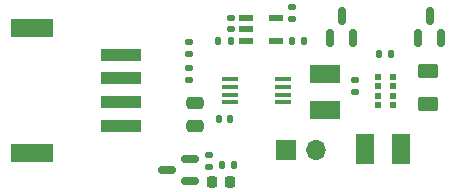
<source format=gbr>
%TF.GenerationSoftware,KiCad,Pcbnew,(6.0.0)*%
%TF.CreationDate,2022-11-15T20:59:03+00:00*%
%TF.ProjectId,Grove-Spectra,47726f76-652d-4537-9065-637472612e6b,A*%
%TF.SameCoordinates,Original*%
%TF.FileFunction,Soldermask,Top*%
%TF.FilePolarity,Negative*%
%FSLAX46Y46*%
G04 Gerber Fmt 4.6, Leading zero omitted, Abs format (unit mm)*
G04 Created by KiCad (PCBNEW (6.0.0)) date 2022-11-15 20:59:03*
%MOMM*%
%LPD*%
G01*
G04 APERTURE LIST*
G04 Aperture macros list*
%AMRoundRect*
0 Rectangle with rounded corners*
0 $1 Rounding radius*
0 $2 $3 $4 $5 $6 $7 $8 $9 X,Y pos of 4 corners*
0 Add a 4 corners polygon primitive as box body*
4,1,4,$2,$3,$4,$5,$6,$7,$8,$9,$2,$3,0*
0 Add four circle primitives for the rounded corners*
1,1,$1+$1,$2,$3*
1,1,$1+$1,$4,$5*
1,1,$1+$1,$6,$7*
1,1,$1+$1,$8,$9*
0 Add four rect primitives between the rounded corners*
20,1,$1+$1,$2,$3,$4,$5,0*
20,1,$1+$1,$4,$5,$6,$7,0*
20,1,$1+$1,$6,$7,$8,$9,0*
20,1,$1+$1,$8,$9,$2,$3,0*%
G04 Aperture macros list end*
%ADD10RoundRect,0.135000X-0.185000X0.135000X-0.185000X-0.135000X0.185000X-0.135000X0.185000X0.135000X0*%
%ADD11RoundRect,0.135000X0.135000X0.185000X-0.135000X0.185000X-0.135000X-0.185000X0.135000X-0.185000X0*%
%ADD12RoundRect,0.150000X0.587500X0.150000X-0.587500X0.150000X-0.587500X-0.150000X0.587500X-0.150000X0*%
%ADD13RoundRect,0.218750X0.218750X0.256250X-0.218750X0.256250X-0.218750X-0.256250X0.218750X-0.256250X0*%
%ADD14RoundRect,0.135000X-0.135000X-0.185000X0.135000X-0.185000X0.135000X0.185000X-0.135000X0.185000X0*%
%ADD15R,0.575000X0.488000*%
%ADD16RoundRect,0.140000X0.170000X-0.140000X0.170000X0.140000X-0.170000X0.140000X-0.170000X-0.140000X0*%
%ADD17RoundRect,0.135000X0.185000X-0.135000X0.185000X0.135000X-0.185000X0.135000X-0.185000X-0.135000X0*%
%ADD18RoundRect,0.150000X0.150000X-0.587500X0.150000X0.587500X-0.150000X0.587500X-0.150000X-0.587500X0*%
%ADD19R,3.400000X1.000000*%
%ADD20R,3.600000X1.500000*%
%ADD21RoundRect,0.250000X0.625000X-0.375000X0.625000X0.375000X-0.625000X0.375000X-0.625000X-0.375000X0*%
%ADD22RoundRect,0.140000X-0.170000X0.140000X-0.170000X-0.140000X0.170000X-0.140000X0.170000X0.140000X0*%
%ADD23R,1.500000X2.600000*%
%ADD24RoundRect,0.140000X0.140000X0.170000X-0.140000X0.170000X-0.140000X-0.170000X0.140000X-0.170000X0*%
%ADD25RoundRect,0.140000X-0.140000X-0.170000X0.140000X-0.170000X0.140000X0.170000X-0.140000X0.170000X0*%
%ADD26R,1.425000X0.450000*%
%ADD27RoundRect,0.250000X-0.475000X0.250000X-0.475000X-0.250000X0.475000X-0.250000X0.475000X0.250000X0*%
%ADD28R,1.150000X0.600000*%
%ADD29R,1.700000X1.700000*%
%ADD30O,1.700000X1.700000*%
%ADD31R,2.600000X1.500000*%
G04 APERTURE END LIST*
D10*
%TO.C,R6*%
X137900000Y-93990000D03*
X137900000Y-95010000D03*
%TD*%
D11*
%TO.C,R5*%
X140010000Y-94900000D03*
X138990000Y-94900000D03*
%TD*%
D12*
%TO.C,Q3*%
X136237500Y-96250000D03*
X136237500Y-94350000D03*
X134362500Y-95300000D03*
%TD*%
D13*
%TO.C,D4*%
X139687500Y-96300000D03*
X138112500Y-96300000D03*
%TD*%
D14*
%TO.C,R1*%
X138680000Y-84400000D03*
X139700000Y-84400000D03*
%TD*%
D15*
%TO.C,IC2*%
X152162000Y-87400000D03*
X152162000Y-88200000D03*
X152162000Y-89000000D03*
X152162000Y-89800000D03*
X153438000Y-89800000D03*
X153438000Y-89000000D03*
X153438000Y-88200000D03*
X153438000Y-87400000D03*
%TD*%
D16*
%TO.C,C2*%
X144900000Y-82480000D03*
X144900000Y-81520000D03*
%TD*%
D17*
%TO.C,R2*%
X136200000Y-87710000D03*
X136200000Y-86690000D03*
%TD*%
D14*
%TO.C,R4*%
X152290000Y-85500000D03*
X153310000Y-85500000D03*
%TD*%
D18*
%TO.C,Q2*%
X148150000Y-84137500D03*
X150050000Y-84137500D03*
X149100000Y-82262500D03*
%TD*%
D19*
%TO.C,J1*%
X130400000Y-85550000D03*
X130400000Y-87550000D03*
X130400000Y-89550000D03*
X130400000Y-91550000D03*
D20*
X122900000Y-83250000D03*
X122900000Y-93850000D03*
%TD*%
D21*
%TO.C,D1*%
X156400000Y-89700000D03*
X156400000Y-86900000D03*
%TD*%
D22*
%TO.C,C4*%
X150200000Y-87720000D03*
X150200000Y-88680000D03*
%TD*%
D23*
%TO.C,D3*%
X154100000Y-93500000D03*
X151100000Y-93500000D03*
%TD*%
D24*
%TO.C,C3*%
X139680000Y-91000000D03*
X138720000Y-91000000D03*
%TD*%
D22*
%TO.C,C1*%
X139700000Y-82420000D03*
X139700000Y-83380000D03*
%TD*%
D25*
%TO.C,C6*%
X144920000Y-84400000D03*
X145880000Y-84400000D03*
%TD*%
D26*
%TO.C,IC1*%
X144112000Y-89575000D03*
X144112000Y-88925000D03*
X144112000Y-88275000D03*
X144112000Y-87625000D03*
X139688000Y-87625000D03*
X139688000Y-88275000D03*
X139688000Y-88925000D03*
X139688000Y-89575000D03*
%TD*%
D27*
%TO.C,C5*%
X136700000Y-89650000D03*
X136700000Y-91550000D03*
%TD*%
D28*
%TO.C,IC3*%
X141050000Y-82450000D03*
X141050000Y-83400000D03*
X141050000Y-84350000D03*
X143550000Y-84350000D03*
X143550000Y-82450000D03*
%TD*%
D18*
%TO.C,Q1*%
X155600000Y-84137500D03*
X157500000Y-84137500D03*
X156550000Y-82262500D03*
%TD*%
D10*
%TO.C,R3*%
X136200000Y-84500000D03*
X136200000Y-85520000D03*
%TD*%
D29*
%TO.C,J2*%
X144425000Y-93600000D03*
D30*
X146965000Y-93600000D03*
%TD*%
D31*
%TO.C,D2*%
X147700000Y-90200000D03*
X147700000Y-87200000D03*
%TD*%
M02*

</source>
